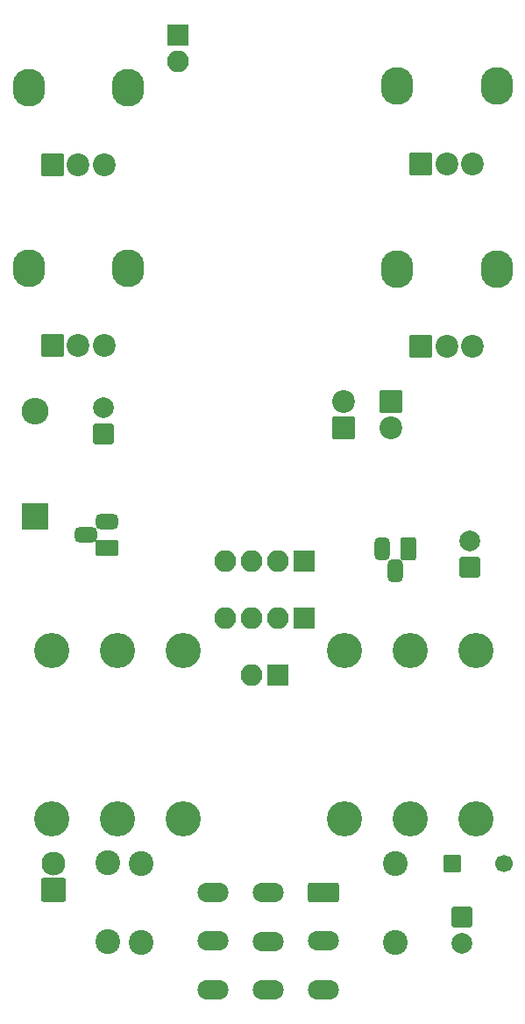
<source format=gbr>
%TF.GenerationSoftware,KiCad,Pcbnew,7.0.2-6a45011f42~172~ubuntu22.04.1*%
%TF.CreationDate,2023-05-30T10:17:06+01:00*%
%TF.ProjectId,GreenBean,47726565-6e42-4656-916e-2e6b69636164,rev?*%
%TF.SameCoordinates,Original*%
%TF.FileFunction,Soldermask,Bot*%
%TF.FilePolarity,Negative*%
%FSLAX46Y46*%
G04 Gerber Fmt 4.6, Leading zero omitted, Abs format (unit mm)*
G04 Created by KiCad (PCBNEW 7.0.2-6a45011f42~172~ubuntu22.04.1) date 2023-05-30 10:17:06*
%MOMM*%
%LPD*%
G01*
G04 APERTURE LIST*
G04 Aperture macros list*
%AMRoundRect*
0 Rectangle with rounded corners*
0 $1 Rounding radius*
0 $2 $3 $4 $5 $6 $7 $8 $9 X,Y pos of 4 corners*
0 Add a 4 corners polygon primitive as box body*
4,1,4,$2,$3,$4,$5,$6,$7,$8,$9,$2,$3,0*
0 Add four circle primitives for the rounded corners*
1,1,$1+$1,$2,$3*
1,1,$1+$1,$4,$5*
1,1,$1+$1,$6,$7*
1,1,$1+$1,$8,$9*
0 Add four rect primitives between the rounded corners*
20,1,$1+$1,$2,$3,$4,$5,0*
20,1,$1+$1,$4,$5,$6,$7,0*
20,1,$1+$1,$6,$7,$8,$9,0*
20,1,$1+$1,$8,$9,$2,$3,0*%
G04 Aperture macros list end*
%ADD10RoundRect,0.200000X1.300000X0.750000X-1.300000X0.750000X-1.300000X-0.750000X1.300000X-0.750000X0*%
%ADD11O,3.000000X1.900000*%
%ADD12C,3.400000*%
%ADD13RoundRect,0.200000X-0.850000X-0.850000X0.850000X-0.850000X0.850000X0.850000X-0.850000X0.850000X0*%
%ADD14O,2.100000X2.100000*%
%ADD15RoundRect,0.200000X-0.850000X0.850000X-0.850000X-0.850000X0.850000X-0.850000X0.850000X0.850000X0*%
%ADD16RoundRect,0.200000X-0.800000X0.800000X-0.800000X-0.800000X0.800000X-0.800000X0.800000X0.800000X0*%
%ADD17C,2.000000*%
%ADD18RoundRect,0.200000X1.000000X0.950000X-1.000000X0.950000X-1.000000X-0.950000X1.000000X-0.950000X0*%
%ADD19C,2.300000*%
%ADD20C,2.398980*%
%ADD21RoundRect,0.200000X-0.650000X-0.650000X0.650000X-0.650000X0.650000X0.650000X-0.650000X0.650000X0*%
%ADD22C,1.700000*%
%ADD23RoundRect,0.200000X0.900000X-0.900000X0.900000X0.900000X-0.900000X0.900000X-0.900000X-0.900000X0*%
%ADD24C,2.200000*%
%ADD25RoundRect,0.200000X-0.900000X0.900000X-0.900000X-0.900000X0.900000X-0.900000X0.900000X0.900000X0*%
%ADD26O,3.120000X3.640000*%
%ADD27RoundRect,0.200000X0.900000X0.900000X-0.900000X0.900000X-0.900000X-0.900000X0.900000X-0.900000X0*%
%ADD28RoundRect,0.200000X0.800000X-0.800000X0.800000X0.800000X-0.800000X0.800000X-0.800000X-0.800000X0*%
%ADD29RoundRect,0.200000X0.550000X0.900000X-0.550000X0.900000X-0.550000X-0.900000X0.550000X-0.900000X0*%
%ADD30RoundRect,0.475000X0.275000X0.625000X-0.275000X0.625000X-0.275000X-0.625000X0.275000X-0.625000X0*%
%ADD31RoundRect,0.200000X0.900000X-0.550000X0.900000X0.550000X-0.900000X0.550000X-0.900000X-0.550000X0*%
%ADD32RoundRect,0.475000X0.625000X-0.275000X0.625000X0.275000X-0.625000X0.275000X-0.625000X-0.275000X0*%
%ADD33RoundRect,0.200000X1.100000X-1.100000X1.100000X1.100000X-1.100000X1.100000X-1.100000X-1.100000X0*%
%ADD34O,2.600000X2.600000*%
G04 APERTURE END LIST*
D10*
%TO.C,SW1*%
X148550000Y-137825000D03*
D11*
X143250000Y-137825000D03*
X137950000Y-137825000D03*
X148550000Y-142525000D03*
X143250000Y-142550000D03*
X137950000Y-142525000D03*
X148550000Y-147225000D03*
X143250000Y-147225000D03*
X137950000Y-147225000D03*
%TD*%
D12*
%TO.C,J3*%
X128660000Y-130730000D03*
X128660000Y-114500000D03*
X122310000Y-130730000D03*
X122310000Y-114500000D03*
X135010000Y-130730000D03*
X135010000Y-114500000D03*
%TD*%
D13*
%TO.C,J1*%
X134510000Y-55000000D03*
D14*
X134510000Y-57540000D03*
%TD*%
D15*
%TO.C,JOVGI1*%
X146700000Y-111350000D03*
D14*
X144160000Y-111350000D03*
X141620000Y-111350000D03*
X139080000Y-111350000D03*
%TD*%
D15*
%TO.C,JOVGI2*%
X146700000Y-105800000D03*
D14*
X144160000Y-105800000D03*
X141620000Y-105800000D03*
X139080000Y-105800000D03*
%TD*%
D16*
%TO.C,C2*%
X162000000Y-140200000D03*
D17*
X162000000Y-142700000D03*
%TD*%
D18*
%TO.C,D1*%
X122500000Y-137540000D03*
D19*
X122500000Y-135000000D03*
%TD*%
D20*
%TO.C,R1*%
X155500000Y-135000000D03*
X155500000Y-142620000D03*
%TD*%
%TO.C,R2*%
X127760000Y-142600000D03*
X127760000Y-134980000D03*
%TD*%
%TO.C,R3*%
X131010000Y-135000000D03*
X131010000Y-142620000D03*
%TD*%
D21*
%TO.C,C1*%
X161050000Y-135000000D03*
D22*
X166050000Y-135000000D03*
%TD*%
D15*
%TO.C,J4*%
X144140000Y-116810000D03*
D14*
X141600000Y-116810000D03*
%TD*%
D12*
%TO.C,J2*%
X156925000Y-114500000D03*
X156925000Y-130730000D03*
X163275000Y-114500000D03*
X163275000Y-130730000D03*
X150575000Y-114500000D03*
X150575000Y-130730000D03*
%TD*%
D23*
%TO.C,D6*%
X150510000Y-92975000D03*
D24*
X150510000Y-90435000D03*
%TD*%
D25*
%TO.C,D3*%
X155110000Y-90425000D03*
D24*
X155110000Y-92965000D03*
%TD*%
D26*
%TO.C,LOW1*%
X155710000Y-77625000D03*
X165310000Y-77625000D03*
D27*
X158010000Y-85125000D03*
D24*
X160510000Y-85125000D03*
X163010000Y-85125000D03*
%TD*%
D26*
%TO.C,TONE1*%
X120110000Y-60100000D03*
X129710000Y-60100000D03*
D27*
X122410000Y-67600000D03*
D24*
X124910000Y-67600000D03*
X127410000Y-67600000D03*
%TD*%
D28*
%TO.C,C13*%
X127310000Y-93552651D03*
D17*
X127310000Y-91052651D03*
%TD*%
D26*
%TO.C,DRIVE1*%
X155710000Y-59935000D03*
X165310000Y-59935000D03*
D27*
X158010000Y-67435000D03*
D24*
X160510000Y-67435000D03*
X163010000Y-67435000D03*
%TD*%
D29*
%TO.C,Q1*%
X156760000Y-104650000D03*
D30*
X155490000Y-106720000D03*
X154220000Y-104650000D03*
%TD*%
D28*
%TO.C,C10*%
X162710000Y-106400000D03*
D17*
X162710000Y-103900000D03*
%TD*%
D31*
%TO.C,Q4*%
X127680000Y-104570000D03*
D32*
X125610000Y-103300000D03*
X127680000Y-102030000D03*
%TD*%
D26*
%TO.C,VOL1*%
X120110000Y-77525000D03*
X129710000Y-77525000D03*
D27*
X122410000Y-85025000D03*
D24*
X124910000Y-85025000D03*
X127410000Y-85025000D03*
%TD*%
D33*
%TO.C,D7*%
X120710000Y-101480000D03*
D34*
X120710000Y-91320000D03*
%TD*%
M02*

</source>
